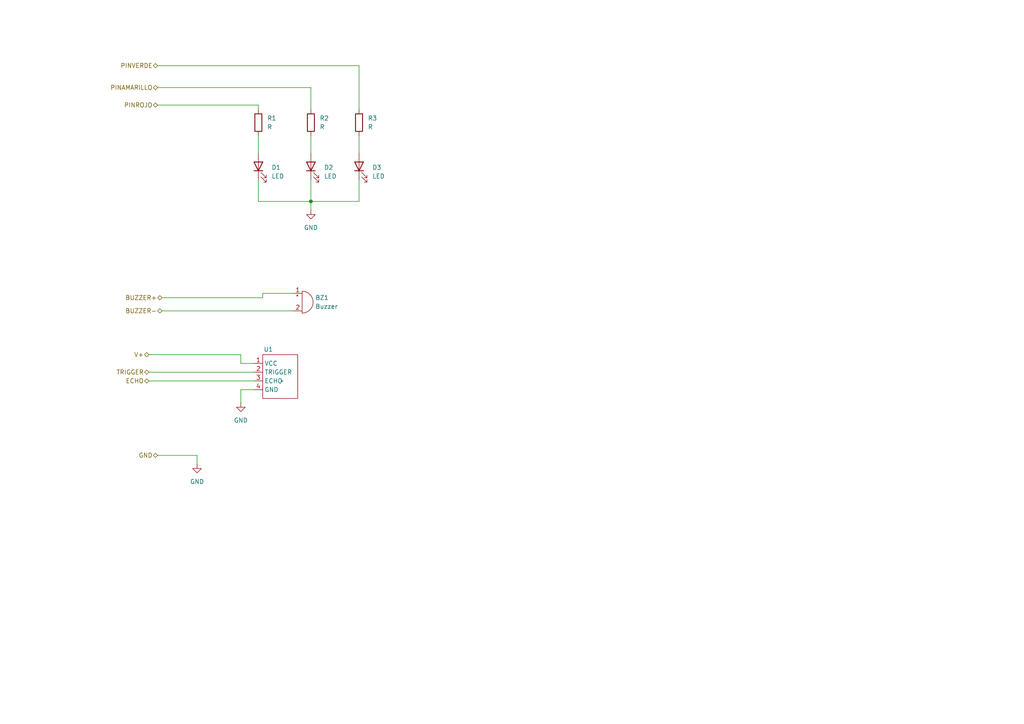
<source format=kicad_sch>
(kicad_sch
	(version 20250114)
	(generator "eeschema")
	(generator_version "9.0")
	(uuid "b0f59607-7c43-411a-9b16-93e7c6caf79a")
	(paper "A4")
	(lib_symbols
		(symbol "Device:Buzzer"
			(pin_names
				(offset 0.0254)
				(hide yes)
			)
			(exclude_from_sim no)
			(in_bom yes)
			(on_board yes)
			(property "Reference" "BZ"
				(at 3.81 1.27 0)
				(effects
					(font
						(size 1.27 1.27)
					)
					(justify left)
				)
			)
			(property "Value" "Buzzer"
				(at 3.81 -1.27 0)
				(effects
					(font
						(size 1.27 1.27)
					)
					(justify left)
				)
			)
			(property "Footprint" ""
				(at -0.635 2.54 90)
				(effects
					(font
						(size 1.27 1.27)
					)
					(hide yes)
				)
			)
			(property "Datasheet" "~"
				(at -0.635 2.54 90)
				(effects
					(font
						(size 1.27 1.27)
					)
					(hide yes)
				)
			)
			(property "Description" "Buzzer, polarized"
				(at 0 0 0)
				(effects
					(font
						(size 1.27 1.27)
					)
					(hide yes)
				)
			)
			(property "ki_keywords" "quartz resonator ceramic"
				(at 0 0 0)
				(effects
					(font
						(size 1.27 1.27)
					)
					(hide yes)
				)
			)
			(property "ki_fp_filters" "*Buzzer*"
				(at 0 0 0)
				(effects
					(font
						(size 1.27 1.27)
					)
					(hide yes)
				)
			)
			(symbol "Buzzer_0_1"
				(polyline
					(pts
						(xy -1.651 1.905) (xy -1.143 1.905)
					)
					(stroke
						(width 0)
						(type default)
					)
					(fill
						(type none)
					)
				)
				(polyline
					(pts
						(xy -1.397 2.159) (xy -1.397 1.651)
					)
					(stroke
						(width 0)
						(type default)
					)
					(fill
						(type none)
					)
				)
				(arc
					(start 0 3.175)
					(mid 3.1612 0)
					(end 0 -3.175)
					(stroke
						(width 0)
						(type default)
					)
					(fill
						(type none)
					)
				)
				(polyline
					(pts
						(xy 0 3.175) (xy 0 -3.175)
					)
					(stroke
						(width 0)
						(type default)
					)
					(fill
						(type none)
					)
				)
			)
			(symbol "Buzzer_1_1"
				(pin passive line
					(at -2.54 2.54 0)
					(length 2.54)
					(name "+"
						(effects
							(font
								(size 1.27 1.27)
							)
						)
					)
					(number "1"
						(effects
							(font
								(size 1.27 1.27)
							)
						)
					)
				)
				(pin passive line
					(at -2.54 -2.54 0)
					(length 2.54)
					(name "-"
						(effects
							(font
								(size 1.27 1.27)
							)
						)
					)
					(number "2"
						(effects
							(font
								(size 1.27 1.27)
							)
						)
					)
				)
			)
			(embedded_fonts no)
		)
		(symbol "Device:LED"
			(pin_numbers
				(hide yes)
			)
			(pin_names
				(offset 1.016)
				(hide yes)
			)
			(exclude_from_sim no)
			(in_bom yes)
			(on_board yes)
			(property "Reference" "D"
				(at 0 2.54 0)
				(effects
					(font
						(size 1.27 1.27)
					)
				)
			)
			(property "Value" "LED"
				(at 0 -2.54 0)
				(effects
					(font
						(size 1.27 1.27)
					)
				)
			)
			(property "Footprint" ""
				(at 0 0 0)
				(effects
					(font
						(size 1.27 1.27)
					)
					(hide yes)
				)
			)
			(property "Datasheet" "~"
				(at 0 0 0)
				(effects
					(font
						(size 1.27 1.27)
					)
					(hide yes)
				)
			)
			(property "Description" "Light emitting diode"
				(at 0 0 0)
				(effects
					(font
						(size 1.27 1.27)
					)
					(hide yes)
				)
			)
			(property "Sim.Pins" "1=K 2=A"
				(at 0 0 0)
				(effects
					(font
						(size 1.27 1.27)
					)
					(hide yes)
				)
			)
			(property "ki_keywords" "LED diode"
				(at 0 0 0)
				(effects
					(font
						(size 1.27 1.27)
					)
					(hide yes)
				)
			)
			(property "ki_fp_filters" "LED* LED_SMD:* LED_THT:*"
				(at 0 0 0)
				(effects
					(font
						(size 1.27 1.27)
					)
					(hide yes)
				)
			)
			(symbol "LED_0_1"
				(polyline
					(pts
						(xy -3.048 -0.762) (xy -4.572 -2.286) (xy -3.81 -2.286) (xy -4.572 -2.286) (xy -4.572 -1.524)
					)
					(stroke
						(width 0)
						(type default)
					)
					(fill
						(type none)
					)
				)
				(polyline
					(pts
						(xy -1.778 -0.762) (xy -3.302 -2.286) (xy -2.54 -2.286) (xy -3.302 -2.286) (xy -3.302 -1.524)
					)
					(stroke
						(width 0)
						(type default)
					)
					(fill
						(type none)
					)
				)
				(polyline
					(pts
						(xy -1.27 0) (xy 1.27 0)
					)
					(stroke
						(width 0)
						(type default)
					)
					(fill
						(type none)
					)
				)
				(polyline
					(pts
						(xy -1.27 -1.27) (xy -1.27 1.27)
					)
					(stroke
						(width 0.254)
						(type default)
					)
					(fill
						(type none)
					)
				)
				(polyline
					(pts
						(xy 1.27 -1.27) (xy 1.27 1.27) (xy -1.27 0) (xy 1.27 -1.27)
					)
					(stroke
						(width 0.254)
						(type default)
					)
					(fill
						(type none)
					)
				)
			)
			(symbol "LED_1_1"
				(pin passive line
					(at -3.81 0 0)
					(length 2.54)
					(name "K"
						(effects
							(font
								(size 1.27 1.27)
							)
						)
					)
					(number "1"
						(effects
							(font
								(size 1.27 1.27)
							)
						)
					)
				)
				(pin passive line
					(at 3.81 0 180)
					(length 2.54)
					(name "A"
						(effects
							(font
								(size 1.27 1.27)
							)
						)
					)
					(number "2"
						(effects
							(font
								(size 1.27 1.27)
							)
						)
					)
				)
			)
			(embedded_fonts no)
		)
		(symbol "Device:R"
			(pin_numbers
				(hide yes)
			)
			(pin_names
				(offset 0)
			)
			(exclude_from_sim no)
			(in_bom yes)
			(on_board yes)
			(property "Reference" "R"
				(at 2.032 0 90)
				(effects
					(font
						(size 1.27 1.27)
					)
				)
			)
			(property "Value" "R"
				(at 0 0 90)
				(effects
					(font
						(size 1.27 1.27)
					)
				)
			)
			(property "Footprint" ""
				(at -1.778 0 90)
				(effects
					(font
						(size 1.27 1.27)
					)
					(hide yes)
				)
			)
			(property "Datasheet" "~"
				(at 0 0 0)
				(effects
					(font
						(size 1.27 1.27)
					)
					(hide yes)
				)
			)
			(property "Description" "Resistor"
				(at 0 0 0)
				(effects
					(font
						(size 1.27 1.27)
					)
					(hide yes)
				)
			)
			(property "ki_keywords" "R res resistor"
				(at 0 0 0)
				(effects
					(font
						(size 1.27 1.27)
					)
					(hide yes)
				)
			)
			(property "ki_fp_filters" "R_*"
				(at 0 0 0)
				(effects
					(font
						(size 1.27 1.27)
					)
					(hide yes)
				)
			)
			(symbol "R_0_1"
				(rectangle
					(start -1.016 -2.54)
					(end 1.016 2.54)
					(stroke
						(width 0.254)
						(type default)
					)
					(fill
						(type none)
					)
				)
			)
			(symbol "R_1_1"
				(pin passive line
					(at 0 3.81 270)
					(length 1.27)
					(name "~"
						(effects
							(font
								(size 1.27 1.27)
							)
						)
					)
					(number "1"
						(effects
							(font
								(size 1.27 1.27)
							)
						)
					)
				)
				(pin passive line
					(at 0 -3.81 90)
					(length 1.27)
					(name "~"
						(effects
							(font
								(size 1.27 1.27)
							)
						)
					)
					(number "2"
						(effects
							(font
								(size 1.27 1.27)
							)
						)
					)
				)
			)
			(embedded_fonts no)
		)
		(symbol "missimbolos:HC-SR04"
			(exclude_from_sim no)
			(in_bom yes)
			(on_board yes)
			(property "Reference" "U"
				(at 0 0 0)
				(effects
					(font
						(size 1.27 1.27)
					)
				)
			)
			(property "Value" ""
				(at 0 0 0)
				(effects
					(font
						(size 1.27 1.27)
					)
				)
			)
			(property "Footprint" ""
				(at 0 0 0)
				(effects
					(font
						(size 1.27 1.27)
					)
					(hide yes)
				)
			)
			(property "Datasheet" ""
				(at 0 0 0)
				(effects
					(font
						(size 1.27 1.27)
					)
					(hide yes)
				)
			)
			(property "Description" ""
				(at 0 0 0)
				(effects
					(font
						(size 1.27 1.27)
					)
					(hide yes)
				)
			)
			(symbol "HC-SR04_0_1"
				(rectangle
					(start 0 0)
					(end 10.16 -12.7)
					(stroke
						(width 0)
						(type default)
					)
					(fill
						(type none)
					)
				)
			)
			(symbol "HC-SR04_1_1"
				(pin input line
					(at -2.54 -2.54 0)
					(length 2.54)
					(name "VCC"
						(effects
							(font
								(size 1.27 1.27)
							)
						)
					)
					(number "1"
						(effects
							(font
								(size 1.27 1.27)
							)
						)
					)
				)
				(pin input line
					(at -2.54 -5.08 0)
					(length 2.54)
					(name "TRIGGER"
						(effects
							(font
								(size 1.27 1.27)
							)
						)
					)
					(number "2"
						(effects
							(font
								(size 1.27 1.27)
							)
						)
					)
				)
				(pin input line
					(at -2.54 -7.62 0)
					(length 2.54)
					(name "ECHO"
						(effects
							(font
								(size 1.27 1.27)
							)
						)
					)
					(number "3"
						(effects
							(font
								(size 1.27 1.27)
							)
						)
					)
				)
				(pin input line
					(at -2.54 -10.16 0)
					(length 2.54)
					(name "GND"
						(effects
							(font
								(size 1.27 1.27)
							)
						)
					)
					(number "4"
						(effects
							(font
								(size 1.27 1.27)
							)
						)
					)
				)
			)
			(embedded_fonts no)
		)
		(symbol "power:GND"
			(power)
			(pin_numbers
				(hide yes)
			)
			(pin_names
				(offset 0)
				(hide yes)
			)
			(exclude_from_sim no)
			(in_bom yes)
			(on_board yes)
			(property "Reference" "#PWR"
				(at 0 -6.35 0)
				(effects
					(font
						(size 1.27 1.27)
					)
					(hide yes)
				)
			)
			(property "Value" "GND"
				(at 0 -3.81 0)
				(effects
					(font
						(size 1.27 1.27)
					)
				)
			)
			(property "Footprint" ""
				(at 0 0 0)
				(effects
					(font
						(size 1.27 1.27)
					)
					(hide yes)
				)
			)
			(property "Datasheet" ""
				(at 0 0 0)
				(effects
					(font
						(size 1.27 1.27)
					)
					(hide yes)
				)
			)
			(property "Description" "Power symbol creates a global label with name \"GND\" , ground"
				(at 0 0 0)
				(effects
					(font
						(size 1.27 1.27)
					)
					(hide yes)
				)
			)
			(property "ki_keywords" "global power"
				(at 0 0 0)
				(effects
					(font
						(size 1.27 1.27)
					)
					(hide yes)
				)
			)
			(symbol "GND_0_1"
				(polyline
					(pts
						(xy 0 0) (xy 0 -1.27) (xy 1.27 -1.27) (xy 0 -2.54) (xy -1.27 -1.27) (xy 0 -1.27)
					)
					(stroke
						(width 0)
						(type default)
					)
					(fill
						(type none)
					)
				)
			)
			(symbol "GND_1_1"
				(pin power_in line
					(at 0 0 270)
					(length 0)
					(name "~"
						(effects
							(font
								(size 1.27 1.27)
							)
						)
					)
					(number "1"
						(effects
							(font
								(size 1.27 1.27)
							)
						)
					)
				)
			)
			(embedded_fonts no)
		)
	)
	(junction
		(at 90.17 58.42)
		(diameter 0)
		(color 0 0 0 0)
		(uuid "e3b344bc-79b5-4757-b407-cfa4155b0bb0")
	)
	(wire
		(pts
			(xy 46.99 90.17) (xy 85.09 90.17)
		)
		(stroke
			(width 0)
			(type default)
		)
		(uuid "0d7e93f7-ef76-4e19-b216-6d1fca07c87a")
	)
	(wire
		(pts
			(xy 45.72 132.08) (xy 57.15 132.08)
		)
		(stroke
			(width 0)
			(type default)
		)
		(uuid "26456563-84d3-41c0-a886-7ef445a4a03a")
	)
	(wire
		(pts
			(xy 74.93 52.07) (xy 74.93 58.42)
		)
		(stroke
			(width 0)
			(type default)
		)
		(uuid "2c79463c-afcf-491c-ae72-bdc0e64c80d1")
	)
	(wire
		(pts
			(xy 73.66 105.41) (xy 69.85 105.41)
		)
		(stroke
			(width 0)
			(type default)
		)
		(uuid "2dcc89d4-4e71-45ca-aee1-3aee3f2be93f")
	)
	(wire
		(pts
			(xy 45.72 30.48) (xy 74.93 30.48)
		)
		(stroke
			(width 0)
			(type default)
		)
		(uuid "3d334ac1-47e8-4c9e-b8ea-5ffbad4c0d76")
	)
	(wire
		(pts
			(xy 104.14 39.37) (xy 104.14 44.45)
		)
		(stroke
			(width 0)
			(type default)
		)
		(uuid "494da0ab-340a-4d89-a00e-965e7acbc98e")
	)
	(wire
		(pts
			(xy 69.85 105.41) (xy 69.85 102.87)
		)
		(stroke
			(width 0)
			(type default)
		)
		(uuid "4cb73785-a59a-4ba6-a153-3d6b51a51506")
	)
	(wire
		(pts
			(xy 45.72 25.4) (xy 90.17 25.4)
		)
		(stroke
			(width 0)
			(type default)
		)
		(uuid "51f9fca2-e5bb-4b91-b925-b5e92e1c3bd8")
	)
	(wire
		(pts
			(xy 57.15 132.08) (xy 57.15 134.62)
		)
		(stroke
			(width 0)
			(type default)
		)
		(uuid "5500ba72-644a-4828-9bc3-7a496abe9a84")
	)
	(wire
		(pts
			(xy 90.17 52.07) (xy 90.17 58.42)
		)
		(stroke
			(width 0)
			(type default)
		)
		(uuid "5cef7736-39ed-4197-8da8-11ea91309aa5")
	)
	(wire
		(pts
			(xy 45.72 19.05) (xy 104.14 19.05)
		)
		(stroke
			(width 0)
			(type default)
		)
		(uuid "5dcda0fc-d655-409e-8706-6796e28d6c58")
	)
	(wire
		(pts
			(xy 90.17 58.42) (xy 104.14 58.42)
		)
		(stroke
			(width 0)
			(type default)
		)
		(uuid "783ba581-d467-4561-bfbd-b14c848b8bf4")
	)
	(wire
		(pts
			(xy 43.18 110.49) (xy 73.66 110.49)
		)
		(stroke
			(width 0)
			(type default)
		)
		(uuid "7a67be72-b91a-4492-aa21-f45234fd636d")
	)
	(wire
		(pts
			(xy 43.18 107.95) (xy 73.66 107.95)
		)
		(stroke
			(width 0)
			(type default)
		)
		(uuid "8d16c126-80e4-454b-a179-6d043d555e50")
	)
	(wire
		(pts
			(xy 46.99 86.36) (xy 76.2 86.36)
		)
		(stroke
			(width 0)
			(type default)
		)
		(uuid "9e75a8ee-efb2-4d5b-83d0-2fe6883807d1")
	)
	(wire
		(pts
			(xy 73.66 113.03) (xy 69.85 113.03)
		)
		(stroke
			(width 0)
			(type default)
		)
		(uuid "a175da5f-ed66-41ad-854f-89ed949af4a6")
	)
	(wire
		(pts
			(xy 69.85 102.87) (xy 43.18 102.87)
		)
		(stroke
			(width 0)
			(type default)
		)
		(uuid "b7c683ee-a578-444a-9174-fbc9510f688e")
	)
	(wire
		(pts
			(xy 74.93 39.37) (xy 74.93 44.45)
		)
		(stroke
			(width 0)
			(type default)
		)
		(uuid "b970c5f3-ff6d-4084-8e79-07931cf743d2")
	)
	(wire
		(pts
			(xy 104.14 58.42) (xy 104.14 52.07)
		)
		(stroke
			(width 0)
			(type default)
		)
		(uuid "bc132b01-a267-4cac-bc91-27610bf1b4e8")
	)
	(wire
		(pts
			(xy 69.85 113.03) (xy 69.85 116.84)
		)
		(stroke
			(width 0)
			(type default)
		)
		(uuid "c3878aad-c3c4-4685-93bf-5f0edf759c0c")
	)
	(wire
		(pts
			(xy 76.2 86.36) (xy 76.2 85.09)
		)
		(stroke
			(width 0)
			(type default)
		)
		(uuid "c4fa9b18-f138-487c-8fec-1fbb990a30e6")
	)
	(wire
		(pts
			(xy 74.93 58.42) (xy 90.17 58.42)
		)
		(stroke
			(width 0)
			(type default)
		)
		(uuid "db53cc06-b30c-4c23-a9ff-6f7a2a049774")
	)
	(wire
		(pts
			(xy 90.17 39.37) (xy 90.17 44.45)
		)
		(stroke
			(width 0)
			(type default)
		)
		(uuid "e0a425af-5813-42ee-ae57-484464cc787d")
	)
	(wire
		(pts
			(xy 76.2 85.09) (xy 85.09 85.09)
		)
		(stroke
			(width 0)
			(type default)
		)
		(uuid "e7333dda-eadb-40f7-8dec-0e646deeebce")
	)
	(wire
		(pts
			(xy 90.17 58.42) (xy 90.17 60.96)
		)
		(stroke
			(width 0)
			(type default)
		)
		(uuid "ed60c1a9-f9b9-4668-9a09-8f2d850f89cb")
	)
	(wire
		(pts
			(xy 104.14 19.05) (xy 104.14 31.75)
		)
		(stroke
			(width 0)
			(type default)
		)
		(uuid "ee8364eb-7f21-43c0-bdff-fce75bc7ea4c")
	)
	(wire
		(pts
			(xy 90.17 25.4) (xy 90.17 31.75)
		)
		(stroke
			(width 0)
			(type default)
		)
		(uuid "f6f664e8-c376-4e69-9499-80d354b9d384")
	)
	(wire
		(pts
			(xy 74.93 30.48) (xy 74.93 31.75)
		)
		(stroke
			(width 0)
			(type default)
		)
		(uuid "fb71da6b-47ed-45b0-942b-2a30dc745c69")
	)
	(hierarchical_label "BUZZER-"
		(shape bidirectional)
		(at 46.99 90.17 180)
		(effects
			(font
				(size 1.27 1.27)
			)
			(justify right)
		)
		(uuid "25cf7431-187a-4d0d-8eba-dd909372e24a")
	)
	(hierarchical_label "GND"
		(shape bidirectional)
		(at 45.72 132.08 180)
		(effects
			(font
				(size 1.27 1.27)
			)
			(justify right)
		)
		(uuid "32265387-7bb2-40e4-9622-0f9336bf4cb3")
	)
	(hierarchical_label "PINAMARILLO"
		(shape bidirectional)
		(at 45.72 25.4 180)
		(effects
			(font
				(size 1.27 1.27)
			)
			(justify right)
		)
		(uuid "55b10a2a-bbf5-4c41-bc9e-6cfd16216320")
	)
	(hierarchical_label "ECHO"
		(shape bidirectional)
		(at 43.18 110.49 180)
		(effects
			(font
				(size 1.27 1.27)
			)
			(justify right)
		)
		(uuid "5d86f05b-cff3-4df0-9266-59bda419d1d0")
	)
	(hierarchical_label "V+"
		(shape bidirectional)
		(at 43.18 102.87 180)
		(effects
			(font
				(size 1.27 1.27)
			)
			(justify right)
		)
		(uuid "739248a9-81bd-42d2-9e43-37cb27d413a3")
	)
	(hierarchical_label "PINROJO"
		(shape bidirectional)
		(at 45.72 30.48 180)
		(effects
			(font
				(size 1.27 1.27)
			)
			(justify right)
		)
		(uuid "7873a9fa-56c2-4ce6-aab5-f20545957a66")
	)
	(hierarchical_label "PINVERDE"
		(shape bidirectional)
		(at 45.72 19.05 180)
		(effects
			(font
				(size 1.27 1.27)
			)
			(justify right)
		)
		(uuid "7a84b29b-f2dc-40d5-8f3f-2ac5569ab4dc")
	)
	(hierarchical_label "TRIGGER"
		(shape bidirectional)
		(at 43.18 107.95 180)
		(effects
			(font
				(size 1.27 1.27)
			)
			(justify right)
		)
		(uuid "c6c28509-1516-4f53-abfc-2891476c44ed")
	)
	(hierarchical_label "BUZZER+"
		(shape bidirectional)
		(at 46.99 86.36 180)
		(effects
			(font
				(size 1.27 1.27)
			)
			(justify right)
		)
		(uuid "cbec3297-5370-42c7-bec7-fce442f588ea")
	)
	(symbol
		(lib_id "Device:LED")
		(at 74.93 48.26 90)
		(unit 1)
		(exclude_from_sim no)
		(in_bom yes)
		(on_board yes)
		(dnp no)
		(fields_autoplaced yes)
		(uuid "0ecab755-0e4b-4383-8fe0-45e3d84aa4c2")
		(property "Reference" "D1"
			(at 78.74 48.5774 90)
			(effects
				(font
					(size 1.27 1.27)
				)
				(justify right)
			)
		)
		(property "Value" "LED"
			(at 78.74 51.1174 90)
			(effects
				(font
					(size 1.27 1.27)
				)
				(justify right)
			)
		)
		(property "Footprint" "LED_THT:LED_D5.0mm"
			(at 74.93 48.26 0)
			(effects
				(font
					(size 1.27 1.27)
				)
				(hide yes)
			)
		)
		(property "Datasheet" "~"
			(at 74.93 48.26 0)
			(effects
				(font
					(size 1.27 1.27)
				)
				(hide yes)
			)
		)
		(property "Description" "Light emitting diode"
			(at 74.93 48.26 0)
			(effects
				(font
					(size 1.27 1.27)
				)
				(hide yes)
			)
		)
		(property "Sim.Pins" "1=K 2=A"
			(at 74.93 48.26 0)
			(effects
				(font
					(size 1.27 1.27)
				)
				(hide yes)
			)
		)
		(pin "1"
			(uuid "67973817-9e8d-4926-98fd-af5f687de5b8")
		)
		(pin "2"
			(uuid "4f480a3d-8935-4b75-bbb8-90abd3ce6c31")
		)
		(instances
			(project ""
				(path "/5cd23497-8551-462a-9df8-e1c0724629c2/8deeb545-b7fc-4a56-91f9-6af22dd4acd9"
					(reference "D1")
					(unit 1)
				)
			)
		)
	)
	(symbol
		(lib_id "Device:Buzzer")
		(at 87.63 87.63 0)
		(unit 1)
		(exclude_from_sim no)
		(in_bom yes)
		(on_board yes)
		(dnp no)
		(fields_autoplaced yes)
		(uuid "12f053a8-f119-4040-9b42-b45f2ce30694")
		(property "Reference" "BZ1"
			(at 91.44 86.3599 0)
			(effects
				(font
					(size 1.27 1.27)
				)
				(justify left)
			)
		)
		(property "Value" "Buzzer"
			(at 91.44 88.8999 0)
			(effects
				(font
					(size 1.27 1.27)
				)
				(justify left)
			)
		)
		(property "Footprint" "Connector:Banana_Jack_2Pin"
			(at 86.995 85.09 90)
			(effects
				(font
					(size 1.27 1.27)
				)
				(hide yes)
			)
		)
		(property "Datasheet" "~"
			(at 86.995 85.09 90)
			(effects
				(font
					(size 1.27 1.27)
				)
				(hide yes)
			)
		)
		(property "Description" "Buzzer, polarized"
			(at 87.63 87.63 0)
			(effects
				(font
					(size 1.27 1.27)
				)
				(hide yes)
			)
		)
		(pin "2"
			(uuid "5354f874-30c2-4e83-a367-e2d72f6a8400")
		)
		(pin "1"
			(uuid "a419d4ca-6b7e-47bf-adf6-dd80f29beab0")
		)
		(instances
			(project ""
				(path "/5cd23497-8551-462a-9df8-e1c0724629c2/8deeb545-b7fc-4a56-91f9-6af22dd4acd9"
					(reference "BZ1")
					(unit 1)
				)
			)
		)
	)
	(symbol
		(lib_id "power:GND")
		(at 90.17 60.96 0)
		(unit 1)
		(exclude_from_sim no)
		(in_bom yes)
		(on_board yes)
		(dnp no)
		(fields_autoplaced yes)
		(uuid "1f1a0965-8df0-4e96-b071-f257f5823a45")
		(property "Reference" "#PWR02"
			(at 90.17 67.31 0)
			(effects
				(font
					(size 1.27 1.27)
				)
				(hide yes)
			)
		)
		(property "Value" "GND"
			(at 90.17 66.04 0)
			(effects
				(font
					(size 1.27 1.27)
				)
			)
		)
		(property "Footprint" ""
			(at 90.17 60.96 0)
			(effects
				(font
					(size 1.27 1.27)
				)
				(hide yes)
			)
		)
		(property "Datasheet" ""
			(at 90.17 60.96 0)
			(effects
				(font
					(size 1.27 1.27)
				)
				(hide yes)
			)
		)
		(property "Description" "Power symbol creates a global label with name \"GND\" , ground"
			(at 90.17 60.96 0)
			(effects
				(font
					(size 1.27 1.27)
				)
				(hide yes)
			)
		)
		(pin "1"
			(uuid "9299e64c-701b-4678-86ba-c786e25685ab")
		)
		(instances
			(project ""
				(path "/5cd23497-8551-462a-9df8-e1c0724629c2/8deeb545-b7fc-4a56-91f9-6af22dd4acd9"
					(reference "#PWR02")
					(unit 1)
				)
			)
		)
	)
	(symbol
		(lib_id "Device:R")
		(at 90.17 35.56 0)
		(unit 1)
		(exclude_from_sim no)
		(in_bom yes)
		(on_board yes)
		(dnp no)
		(fields_autoplaced yes)
		(uuid "2c73c8d8-d4f6-4204-9140-1517f259021d")
		(property "Reference" "R2"
			(at 92.71 34.2899 0)
			(effects
				(font
					(size 1.27 1.27)
				)
				(justify left)
			)
		)
		(property "Value" "R"
			(at 92.71 36.8299 0)
			(effects
				(font
					(size 1.27 1.27)
				)
				(justify left)
			)
		)
		(property "Footprint" "Resistor_THT:R_Axial_DIN0207_L6.3mm_D2.5mm_P15.24mm_Horizontal"
			(at 88.392 35.56 90)
			(effects
				(font
					(size 1.27 1.27)
				)
				(hide yes)
			)
		)
		(property "Datasheet" "~"
			(at 90.17 35.56 0)
			(effects
				(font
					(size 1.27 1.27)
				)
				(hide yes)
			)
		)
		(property "Description" "Resistor"
			(at 90.17 35.56 0)
			(effects
				(font
					(size 1.27 1.27)
				)
				(hide yes)
			)
		)
		(pin "2"
			(uuid "6c8df258-542d-4267-88b6-c3e326a52d2d")
		)
		(pin "1"
			(uuid "438ebae9-3ed2-40fb-869e-a3fe7895b21b")
		)
		(instances
			(project ""
				(path "/5cd23497-8551-462a-9df8-e1c0724629c2/8deeb545-b7fc-4a56-91f9-6af22dd4acd9"
					(reference "R2")
					(unit 1)
				)
			)
		)
	)
	(symbol
		(lib_id "Device:LED")
		(at 90.17 48.26 90)
		(unit 1)
		(exclude_from_sim no)
		(in_bom yes)
		(on_board yes)
		(dnp no)
		(fields_autoplaced yes)
		(uuid "2c812644-82ad-4ae0-9139-7a58e2ad78f5")
		(property "Reference" "D2"
			(at 93.98 48.5774 90)
			(effects
				(font
					(size 1.27 1.27)
				)
				(justify right)
			)
		)
		(property "Value" "LED"
			(at 93.98 51.1174 90)
			(effects
				(font
					(size 1.27 1.27)
				)
				(justify right)
			)
		)
		(property "Footprint" "LED_THT:LED_D5.0mm"
			(at 90.17 48.26 0)
			(effects
				(font
					(size 1.27 1.27)
				)
				(hide yes)
			)
		)
		(property "Datasheet" "~"
			(at 90.17 48.26 0)
			(effects
				(font
					(size 1.27 1.27)
				)
				(hide yes)
			)
		)
		(property "Description" "Light emitting diode"
			(at 90.17 48.26 0)
			(effects
				(font
					(size 1.27 1.27)
				)
				(hide yes)
			)
		)
		(property "Sim.Pins" "1=K 2=A"
			(at 90.17 48.26 0)
			(effects
				(font
					(size 1.27 1.27)
				)
				(hide yes)
			)
		)
		(pin "2"
			(uuid "3b0831b1-c653-45d8-9d74-7b83fe6f82e9")
		)
		(pin "1"
			(uuid "f8127dcf-95c5-43ee-8210-b0b37c3fb7c4")
		)
		(instances
			(project ""
				(path "/5cd23497-8551-462a-9df8-e1c0724629c2/8deeb545-b7fc-4a56-91f9-6af22dd4acd9"
					(reference "D2")
					(unit 1)
				)
			)
		)
	)
	(symbol
		(lib_id "Device:R")
		(at 104.14 35.56 0)
		(unit 1)
		(exclude_from_sim no)
		(in_bom yes)
		(on_board yes)
		(dnp no)
		(fields_autoplaced yes)
		(uuid "4729e677-4deb-4f04-a982-025d24e6371e")
		(property "Reference" "R3"
			(at 106.68 34.2899 0)
			(effects
				(font
					(size 1.27 1.27)
				)
				(justify left)
			)
		)
		(property "Value" "R"
			(at 106.68 36.8299 0)
			(effects
				(font
					(size 1.27 1.27)
				)
				(justify left)
			)
		)
		(property "Footprint" "Resistor_THT:R_Axial_DIN0207_L6.3mm_D2.5mm_P15.24mm_Horizontal"
			(at 102.362 35.56 90)
			(effects
				(font
					(size 1.27 1.27)
				)
				(hide yes)
			)
		)
		(property "Datasheet" "~"
			(at 104.14 35.56 0)
			(effects
				(font
					(size 1.27 1.27)
				)
				(hide yes)
			)
		)
		(property "Description" "Resistor"
			(at 104.14 35.56 0)
			(effects
				(font
					(size 1.27 1.27)
				)
				(hide yes)
			)
		)
		(pin "2"
			(uuid "192e3844-8594-422f-98f2-2af7488f6bdb")
		)
		(pin "1"
			(uuid "e828be53-021d-48e2-99d2-e66caa887756")
		)
		(instances
			(project ""
				(path "/5cd23497-8551-462a-9df8-e1c0724629c2/8deeb545-b7fc-4a56-91f9-6af22dd4acd9"
					(reference "R3")
					(unit 1)
				)
			)
		)
	)
	(symbol
		(lib_id "Device:R")
		(at 74.93 35.56 0)
		(unit 1)
		(exclude_from_sim no)
		(in_bom yes)
		(on_board yes)
		(dnp no)
		(fields_autoplaced yes)
		(uuid "93e9ad44-b6d1-481b-b015-a3e5bca99b2b")
		(property "Reference" "R1"
			(at 77.47 34.2899 0)
			(effects
				(font
					(size 1.27 1.27)
				)
				(justify left)
			)
		)
		(property "Value" "R"
			(at 77.47 36.8299 0)
			(effects
				(font
					(size 1.27 1.27)
				)
				(justify left)
			)
		)
		(property "Footprint" "Resistor_THT:R_Axial_DIN0207_L6.3mm_D2.5mm_P15.24mm_Horizontal"
			(at 73.152 35.56 90)
			(effects
				(font
					(size 1.27 1.27)
				)
				(hide yes)
			)
		)
		(property "Datasheet" "~"
			(at 74.93 35.56 0)
			(effects
				(font
					(size 1.27 1.27)
				)
				(hide yes)
			)
		)
		(property "Description" "Resistor"
			(at 74.93 35.56 0)
			(effects
				(font
					(size 1.27 1.27)
				)
				(hide yes)
			)
		)
		(pin "1"
			(uuid "19aebf3e-a8db-4b29-bbc2-493604f7777d")
		)
		(pin "2"
			(uuid "e929421b-1d0f-424f-8939-8e73a26eea7d")
		)
		(instances
			(project ""
				(path "/5cd23497-8551-462a-9df8-e1c0724629c2/8deeb545-b7fc-4a56-91f9-6af22dd4acd9"
					(reference "R1")
					(unit 1)
				)
			)
		)
	)
	(symbol
		(lib_id "missimbolos:HC-SR04")
		(at 76.2 102.87 0)
		(unit 1)
		(exclude_from_sim no)
		(in_bom yes)
		(on_board yes)
		(dnp no)
		(uuid "9b7e41e8-1a96-4e6f-8366-7ba466c2ff41")
		(property "Reference" "U1"
			(at 76.454 101.346 0)
			(effects
				(font
					(size 1.27 1.27)
				)
				(justify left)
			)
		)
		(property "Value" "~"
			(at 81.28 110.49 0)
			(effects
				(font
					(size 1.27 1.27)
				)
				(justify left)
			)
		)
		(property "Footprint" "Connector:FanPinHeader_1x04_P2.54mm_Vertical"
			(at 76.2 102.87 0)
			(effects
				(font
					(size 1.27 1.27)
				)
				(hide yes)
			)
		)
		(property "Datasheet" ""
			(at 76.2 102.87 0)
			(effects
				(font
					(size 1.27 1.27)
				)
				(hide yes)
			)
		)
		(property "Description" ""
			(at 76.2 102.87 0)
			(effects
				(font
					(size 1.27 1.27)
				)
				(hide yes)
			)
		)
		(pin "3"
			(uuid "1382cc6d-af2e-496c-bf2d-8ccabc3f4ffe")
		)
		(pin "1"
			(uuid "7e3d3fb8-13b6-46eb-8750-5153e2fd58af")
		)
		(pin "2"
			(uuid "07e9b798-2d92-490f-810f-38a43830b3dc")
		)
		(pin "4"
			(uuid "bd1fba10-7553-49b0-9d63-6ce2c664b38b")
		)
		(instances
			(project ""
				(path "/5cd23497-8551-462a-9df8-e1c0724629c2/8deeb545-b7fc-4a56-91f9-6af22dd4acd9"
					(reference "U1")
					(unit 1)
				)
			)
		)
	)
	(symbol
		(lib_id "power:GND")
		(at 69.85 116.84 0)
		(unit 1)
		(exclude_from_sim no)
		(in_bom yes)
		(on_board yes)
		(dnp no)
		(fields_autoplaced yes)
		(uuid "a9c121da-ab6e-4a54-b29a-a6a63258f471")
		(property "Reference" "#PWR03"
			(at 69.85 123.19 0)
			(effects
				(font
					(size 1.27 1.27)
				)
				(hide yes)
			)
		)
		(property "Value" "GND"
			(at 69.85 121.92 0)
			(effects
				(font
					(size 1.27 1.27)
				)
			)
		)
		(property "Footprint" ""
			(at 69.85 116.84 0)
			(effects
				(font
					(size 1.27 1.27)
				)
				(hide yes)
			)
		)
		(property "Datasheet" ""
			(at 69.85 116.84 0)
			(effects
				(font
					(size 1.27 1.27)
				)
				(hide yes)
			)
		)
		(property "Description" "Power symbol creates a global label with name \"GND\" , ground"
			(at 69.85 116.84 0)
			(effects
				(font
					(size 1.27 1.27)
				)
				(hide yes)
			)
		)
		(pin "1"
			(uuid "95f72d38-463f-4a42-bf0d-5988547a49ed")
		)
		(instances
			(project ""
				(path "/5cd23497-8551-462a-9df8-e1c0724629c2/8deeb545-b7fc-4a56-91f9-6af22dd4acd9"
					(reference "#PWR03")
					(unit 1)
				)
			)
		)
	)
	(symbol
		(lib_id "Device:LED")
		(at 104.14 48.26 90)
		(unit 1)
		(exclude_from_sim no)
		(in_bom yes)
		(on_board yes)
		(dnp no)
		(fields_autoplaced yes)
		(uuid "c97315da-4512-4fb9-b29a-49f618f6b1b2")
		(property "Reference" "D3"
			(at 107.95 48.5774 90)
			(effects
				(font
					(size 1.27 1.27)
				)
				(justify right)
			)
		)
		(property "Value" "LED"
			(at 107.95 51.1174 90)
			(effects
				(font
					(size 1.27 1.27)
				)
				(justify right)
			)
		)
		(property "Footprint" "LED_THT:LED_D5.0mm"
			(at 104.14 48.26 0)
			(effects
				(font
					(size 1.27 1.27)
				)
				(hide yes)
			)
		)
		(property "Datasheet" "~"
			(at 104.14 48.26 0)
			(effects
				(font
					(size 1.27 1.27)
				)
				(hide yes)
			)
		)
		(property "Description" "Light emitting diode"
			(at 104.14 48.26 0)
			(effects
				(font
					(size 1.27 1.27)
				)
				(hide yes)
			)
		)
		(property "Sim.Pins" "1=K 2=A"
			(at 104.14 48.26 0)
			(effects
				(font
					(size 1.27 1.27)
				)
				(hide yes)
			)
		)
		(pin "1"
			(uuid "e7033d0e-3456-4e0a-a435-7f30fac85eac")
		)
		(pin "2"
			(uuid "b5be03f7-0fc6-49ac-8e19-71b53bbf352f")
		)
		(instances
			(project ""
				(path "/5cd23497-8551-462a-9df8-e1c0724629c2/8deeb545-b7fc-4a56-91f9-6af22dd4acd9"
					(reference "D3")
					(unit 1)
				)
			)
		)
	)
	(symbol
		(lib_id "power:GND")
		(at 57.15 134.62 0)
		(unit 1)
		(exclude_from_sim no)
		(in_bom yes)
		(on_board yes)
		(dnp no)
		(fields_autoplaced yes)
		(uuid "df50cc0a-5b9c-4606-9e2f-ae4d404825a7")
		(property "Reference" "#PWR01"
			(at 57.15 140.97 0)
			(effects
				(font
					(size 1.27 1.27)
				)
				(hide yes)
			)
		)
		(property "Value" "GND"
			(at 57.15 139.7 0)
			(effects
				(font
					(size 1.27 1.27)
				)
			)
		)
		(property "Footprint" ""
			(at 57.15 134.62 0)
			(effects
				(font
					(size 1.27 1.27)
				)
				(hide yes)
			)
		)
		(property "Datasheet" ""
			(at 57.15 134.62 0)
			(effects
				(font
					(size 1.27 1.27)
				)
				(hide yes)
			)
		)
		(property "Description" "Power symbol creates a global label with name \"GND\" , ground"
			(at 57.15 134.62 0)
			(effects
				(font
					(size 1.27 1.27)
				)
				(hide yes)
			)
		)
		(pin "1"
			(uuid "2847df34-19ae-4773-9606-7dc174ed117c")
		)
		(instances
			(project ""
				(path "/5cd23497-8551-462a-9df8-e1c0724629c2/8deeb545-b7fc-4a56-91f9-6af22dd4acd9"
					(reference "#PWR01")
					(unit 1)
				)
			)
		)
	)
)

</source>
